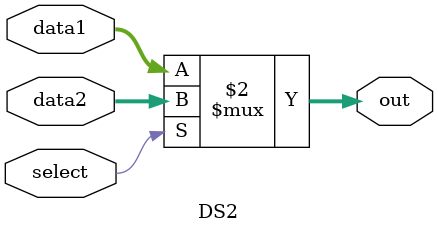
<source format=v>
`timescale 1ns / 1ps
module DS2(
    input [31:0] data1,
    input [31:0] data2,
    input select,
    output [31:0] out
    );
	 assign out = select == 0 ? data1:data2;
endmodule

</source>
